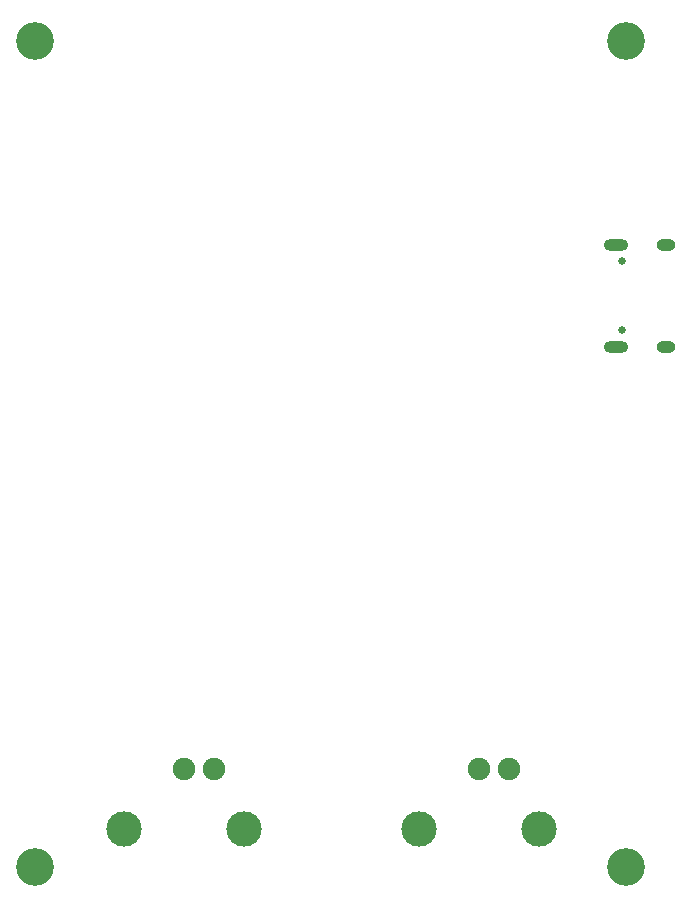
<source format=gbr>
%TF.GenerationSoftware,KiCad,Pcbnew,7.0.9*%
%TF.CreationDate,2024-01-09T08:16:39-05:00*%
%TF.ProjectId,mixed_signal_hw,6d697865-645f-4736-9967-6e616c5f6877,rev?*%
%TF.SameCoordinates,Original*%
%TF.FileFunction,Soldermask,Bot*%
%TF.FilePolarity,Negative*%
%FSLAX46Y46*%
G04 Gerber Fmt 4.6, Leading zero omitted, Abs format (unit mm)*
G04 Created by KiCad (PCBNEW 7.0.9) date 2024-01-09 08:16:39*
%MOMM*%
%LPD*%
G01*
G04 APERTURE LIST*
%ADD10C,3.200000*%
%ADD11C,1.900000*%
%ADD12C,3.000000*%
%ADD13C,0.650000*%
%ADD14O,2.100000X1.000000*%
%ADD15O,1.600000X1.000000*%
G04 APERTURE END LIST*
D10*
%TO.C,H4*%
X150500000Y-128250000D03*
%TD*%
D11*
%TO.C,J300*%
X113080000Y-119920000D03*
D12*
X118160000Y-125000000D03*
D11*
X115620000Y-119920000D03*
D12*
X108000000Y-125000000D03*
%TD*%
D10*
%TO.C,H3*%
X100500000Y-128250000D03*
%TD*%
%TO.C,H2*%
X150500000Y-58250000D03*
%TD*%
D11*
%TO.C,J400*%
X138023600Y-119920000D03*
D12*
X143103600Y-125000000D03*
D11*
X140563600Y-119920000D03*
D12*
X132943600Y-125000000D03*
%TD*%
D10*
%TO.C,H1*%
X100500000Y-58250000D03*
%TD*%
D13*
%TO.C,J201*%
X150210000Y-82715000D03*
X150210000Y-76935000D03*
D14*
X149680000Y-84145000D03*
D15*
X153860000Y-84145000D03*
D14*
X149680000Y-75505000D03*
D15*
X153860000Y-75505000D03*
%TD*%
M02*

</source>
